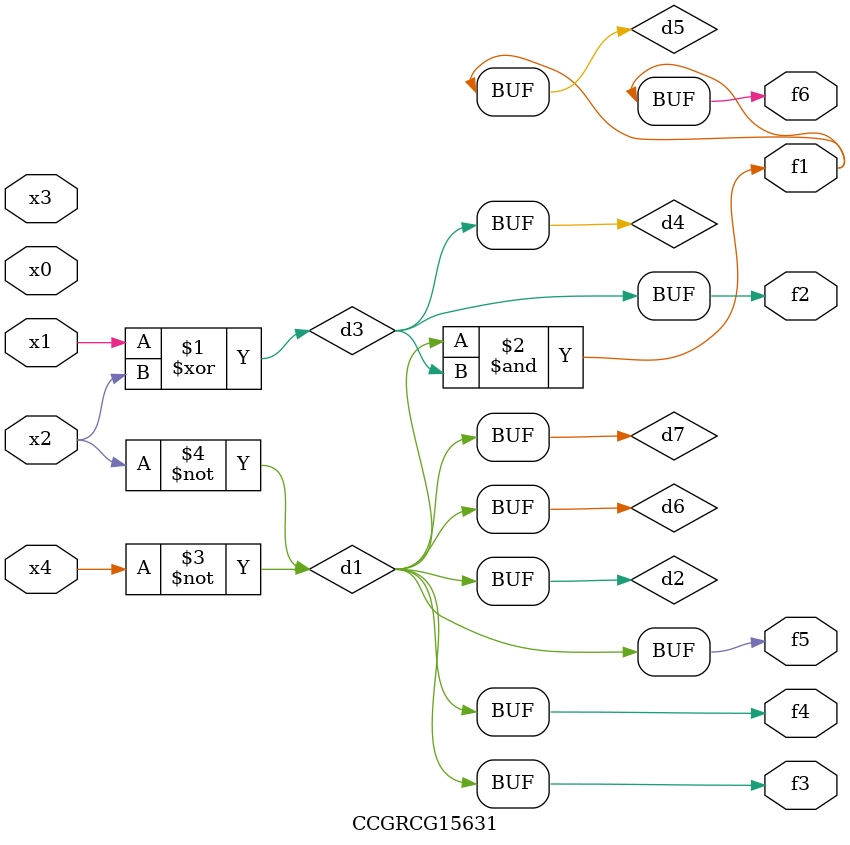
<source format=v>
module CCGRCG15631(
	input x0, x1, x2, x3, x4,
	output f1, f2, f3, f4, f5, f6
);

	wire d1, d2, d3, d4, d5, d6, d7;

	not (d1, x4);
	not (d2, x2);
	xor (d3, x1, x2);
	buf (d4, d3);
	and (d5, d1, d3);
	buf (d6, d1, d2);
	buf (d7, d2);
	assign f1 = d5;
	assign f2 = d4;
	assign f3 = d7;
	assign f4 = d7;
	assign f5 = d7;
	assign f6 = d5;
endmodule

</source>
